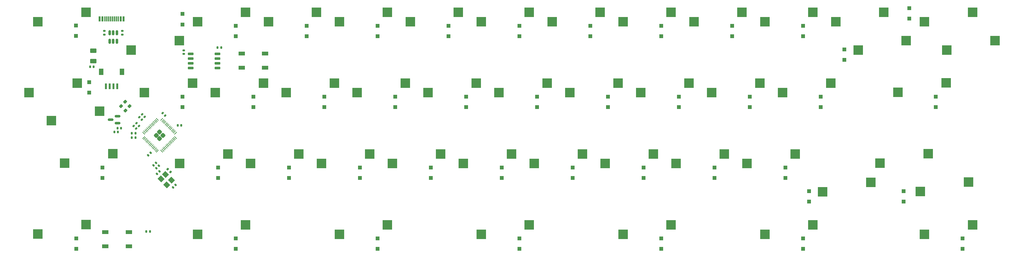
<source format=gbr>
%TF.GenerationSoftware,KiCad,Pcbnew,(7.0.0)*%
%TF.CreationDate,2023-05-22T00:36:48+02:00*%
%TF.ProjectId,kira,6b697261-2e6b-4696-9361-645f70636258,rev?*%
%TF.SameCoordinates,Original*%
%TF.FileFunction,Paste,Bot*%
%TF.FilePolarity,Positive*%
%FSLAX46Y46*%
G04 Gerber Fmt 4.6, Leading zero omitted, Abs format (unit mm)*
G04 Created by KiCad (PCBNEW (7.0.0)) date 2023-05-22 00:36:48*
%MOMM*%
%LPD*%
G01*
G04 APERTURE LIST*
G04 Aperture macros list*
%AMRoundRect*
0 Rectangle with rounded corners*
0 $1 Rounding radius*
0 $2 $3 $4 $5 $6 $7 $8 $9 X,Y pos of 4 corners*
0 Add a 4 corners polygon primitive as box body*
4,1,4,$2,$3,$4,$5,$6,$7,$8,$9,$2,$3,0*
0 Add four circle primitives for the rounded corners*
1,1,$1+$1,$2,$3*
1,1,$1+$1,$4,$5*
1,1,$1+$1,$6,$7*
1,1,$1+$1,$8,$9*
0 Add four rect primitives between the rounded corners*
20,1,$1+$1,$2,$3,$4,$5,0*
20,1,$1+$1,$4,$5,$6,$7,0*
20,1,$1+$1,$6,$7,$8,$9,0*
20,1,$1+$1,$8,$9,$2,$3,0*%
%AMRotRect*
0 Rectangle, with rotation*
0 The origin of the aperture is its center*
0 $1 length*
0 $2 width*
0 $3 Rotation angle, in degrees counterclockwise*
0 Add horizontal line*
21,1,$1,$2,0,0,$3*%
G04 Aperture macros list end*
%ADD10R,2.550000X2.500000*%
%ADD11R,1.700000X1.000000*%
%ADD12R,1.100000X1.100000*%
%ADD13RoundRect,0.140000X-0.140000X-0.170000X0.140000X-0.170000X0.140000X0.170000X-0.140000X0.170000X0*%
%ADD14RoundRect,0.140000X0.021213X-0.219203X0.219203X-0.021213X-0.021213X0.219203X-0.219203X0.021213X0*%
%ADD15R,1.200000X1.800000*%
%ADD16R,0.600000X1.550000*%
%ADD17RoundRect,0.200000X-0.335876X-0.053033X-0.053033X-0.335876X0.335876X0.053033X0.053033X0.335876X0*%
%ADD18RoundRect,0.135000X0.135000X0.185000X-0.135000X0.185000X-0.135000X-0.185000X0.135000X-0.185000X0*%
%ADD19RoundRect,0.150000X0.587500X0.150000X-0.587500X0.150000X-0.587500X-0.150000X0.587500X-0.150000X0*%
%ADD20RoundRect,0.150000X0.650000X0.150000X-0.650000X0.150000X-0.650000X-0.150000X0.650000X-0.150000X0*%
%ADD21RoundRect,0.140000X0.140000X0.170000X-0.140000X0.170000X-0.140000X-0.170000X0.140000X-0.170000X0*%
%ADD22RoundRect,0.140000X0.219203X0.021213X0.021213X0.219203X-0.219203X-0.021213X-0.021213X-0.219203X0*%
%ADD23RoundRect,0.140000X-0.021213X0.219203X-0.219203X0.021213X0.021213X-0.219203X0.219203X-0.021213X0*%
%ADD24R,0.600000X1.450000*%
%ADD25R,0.300000X1.450000*%
%ADD26RoundRect,0.135000X-0.185000X0.135000X-0.185000X-0.135000X0.185000X-0.135000X0.185000X0.135000X0*%
%ADD27RoundRect,0.250000X0.000000X0.413257X-0.413257X0.000000X0.000000X-0.413257X0.413257X0.000000X0*%
%ADD28RoundRect,0.050000X0.238649X0.309359X-0.309359X-0.238649X-0.238649X-0.309359X0.309359X0.238649X0*%
%ADD29RoundRect,0.050000X-0.238649X0.309359X-0.309359X0.238649X0.238649X-0.309359X0.309359X-0.238649X0*%
%ADD30RoundRect,0.140000X0.170000X-0.140000X0.170000X0.140000X-0.170000X0.140000X-0.170000X-0.140000X0*%
%ADD31RoundRect,0.135000X0.226274X0.035355X0.035355X0.226274X-0.226274X-0.035355X-0.035355X-0.226274X0*%
%ADD32RoundRect,0.250000X-0.625000X0.375000X-0.625000X-0.375000X0.625000X-0.375000X0.625000X0.375000X0*%
%ADD33RotRect,1.400000X1.200000X315.000000*%
%ADD34RoundRect,0.150000X0.150000X-0.512500X0.150000X0.512500X-0.150000X0.512500X-0.150000X-0.512500X0*%
G04 APERTURE END LIST*
D10*
%TO.C,SW23*%
X204052499Y-62547499D03*
X216979499Y-60007499D03*
%TD*%
%TO.C,SW42*%
X218339999Y-100647499D03*
X231266999Y-98107499D03*
%TD*%
%TO.C,SW43*%
X261202499Y-100647499D03*
X274129499Y-98107499D03*
%TD*%
%TO.C,SW13(1.5)1*%
X261202499Y-43497499D03*
X274129499Y-40957499D03*
%TD*%
%TO.C,SW37(1.75)1*%
X273038151Y-86629150D03*
X260111151Y-89169150D03*
%TD*%
%TO.C,SW25*%
X254090499Y-62540549D03*
X267017499Y-60000549D03*
%TD*%
%TO.C,SW21*%
X165952499Y-62547499D03*
X178879499Y-60007499D03*
%TD*%
%TO.C,SW15*%
X51652499Y-62547499D03*
X64579499Y-60007499D03*
%TD*%
%TO.C,SW7*%
X142139999Y-43497499D03*
X155066999Y-40957499D03*
%TD*%
%TO.C,SW34*%
X194527499Y-81597499D03*
X207454499Y-79057499D03*
%TD*%
%TO.C,SW9*%
X180239999Y-43497499D03*
X193166999Y-40957499D03*
%TD*%
%TO.C,SW30*%
X118327499Y-81597499D03*
X131254499Y-79057499D03*
%TD*%
%TO.C,SW19*%
X127852499Y-62547499D03*
X140779499Y-60007499D03*
%TD*%
%TO.C,SW14(1.25)1*%
X20708859Y-62548196D03*
X33635859Y-60008196D03*
%TD*%
%TO.C,SW44*%
X104039999Y-100647499D03*
X116966999Y-98107499D03*
%TD*%
%TO.C,SW45*%
X180239999Y-100647499D03*
X193166999Y-98107499D03*
%TD*%
%TO.C,SW33*%
X175477499Y-81597499D03*
X188404499Y-79057499D03*
%TD*%
%TO.C,SW32*%
X156427499Y-81597499D03*
X169354499Y-79057499D03*
%TD*%
%TO.C,SW36*%
X246797499Y-86677499D03*
X233870499Y-89217499D03*
%TD*%
%TO.C,SW4*%
X84989999Y-43497499D03*
X97916999Y-40957499D03*
%TD*%
%TO.C,SW5*%
X104039999Y-43497499D03*
X116966999Y-40957499D03*
%TD*%
%TO.C,SW16*%
X70702499Y-62547499D03*
X83629499Y-60007499D03*
%TD*%
%TO.C,SW37(2.75)1*%
X249296099Y-81589623D03*
X262223099Y-79049623D03*
%TD*%
%TO.C,SW17*%
X89752499Y-62547499D03*
X102679499Y-60007499D03*
%TD*%
%TO.C,SW18*%
X108802499Y-62547499D03*
X121729499Y-60007499D03*
%TD*%
%TO.C,SW35*%
X213577499Y-81597499D03*
X226504499Y-79057499D03*
%TD*%
%TO.C,SW39*%
X23083280Y-100642315D03*
X36010280Y-98102315D03*
%TD*%
%TO.C,SW40*%
X65939999Y-100647499D03*
X78866999Y-98107499D03*
%TD*%
%TO.C,SW31*%
X137377499Y-81597499D03*
X150304499Y-79057499D03*
%TD*%
%TO.C,SW8*%
X161189999Y-43497499D03*
X174116999Y-40957499D03*
%TD*%
%TO.C,SW12*%
X280134999Y-48577499D03*
X267207999Y-51117499D03*
%TD*%
%TO.C,SW41*%
X142139999Y-100647499D03*
X155066999Y-98107499D03*
%TD*%
%TO.C,SW11*%
X218339999Y-43497499D03*
X231266999Y-40957499D03*
%TD*%
%TO.C,SW28*%
X80227499Y-81597499D03*
X93154499Y-79057499D03*
%TD*%
%TO.C,SW3*%
X65939999Y-43497499D03*
X78866999Y-40957499D03*
%TD*%
%TO.C,SW1*%
X23077499Y-43497499D03*
X36004499Y-40957499D03*
%TD*%
%TO.C,SW10*%
X199289999Y-43497499D03*
X212216999Y-40957499D03*
%TD*%
%TO.C,SW13*%
X237389999Y-43497499D03*
X250316999Y-40957499D03*
%TD*%
%TO.C,SW27*%
X61177499Y-81597499D03*
X74104499Y-79057499D03*
%TD*%
%TO.C,SW22*%
X185002499Y-62547499D03*
X197929499Y-60007499D03*
%TD*%
%TO.C,SW6*%
X123089999Y-43497499D03*
X136016999Y-40957499D03*
%TD*%
%TO.C,SW24*%
X223102499Y-62547499D03*
X236029499Y-60007499D03*
%TD*%
%TO.C,SW29*%
X99277499Y-81597499D03*
X112204499Y-79057499D03*
%TD*%
%TO.C,SW20*%
X146902499Y-62547499D03*
X159829499Y-60007499D03*
%TD*%
%TO.C,SW14*%
X39623116Y-67606066D03*
X26696116Y-70146066D03*
%TD*%
%TO.C,SW2*%
X61059999Y-48577499D03*
X48132999Y-51117499D03*
%TD*%
%TO.C,SW12(1.5)1*%
X256322499Y-48577499D03*
X243395499Y-51117499D03*
%TD*%
%TO.C,SW26*%
X30235254Y-81565101D03*
X43162254Y-79025101D03*
%TD*%
D11*
%TO.C,SW47*%
X47472999Y-103880999D03*
X41172999Y-103880999D03*
X47472999Y-100080999D03*
X41172999Y-100080999D03*
%TD*%
D12*
%TO.C,D12*%
X76199999Y-104587499D03*
X76199999Y-101787499D03*
%TD*%
%TO.C,D43*%
X255587499Y-91887499D03*
X255587499Y-89087499D03*
%TD*%
%TO.C,D29*%
X185737499Y-85537499D03*
X185737499Y-82737499D03*
%TD*%
%TO.C,D34*%
X209549999Y-47437499D03*
X209549999Y-44637499D03*
%TD*%
%TO.C,D28*%
X176212499Y-66487499D03*
X176212499Y-63687499D03*
%TD*%
%TO.C,D44*%
X257174999Y-42674999D03*
X257174999Y-39874999D03*
%TD*%
%TO.C,D21*%
X138112499Y-66487499D03*
X138112499Y-63687499D03*
%TD*%
D13*
%TO.C,C7*%
X44478000Y-72136000D03*
X45438000Y-72136000D03*
%TD*%
D12*
%TO.C,D5*%
X33337499Y-104587499D03*
X33337499Y-101787499D03*
%TD*%
%TO.C,D30*%
X190499999Y-47437499D03*
X190499999Y-44637499D03*
%TD*%
D14*
%TO.C,C5*%
X55032589Y-84413411D03*
X55711411Y-83734589D03*
%TD*%
D12*
%TO.C,D42*%
X264286999Y-66487499D03*
X264286999Y-63687499D03*
%TD*%
%TO.C,D14*%
X100012499Y-66487499D03*
X100012499Y-63687499D03*
%TD*%
D15*
%TO.C,J3*%
X45662499Y-56987499D03*
X40062499Y-56987499D03*
D16*
X41362499Y-60862499D03*
X42362499Y-60862499D03*
X43362499Y-60862499D03*
X44362499Y-60862499D03*
%TD*%
D17*
%TO.C,R2*%
X45390637Y-66218637D03*
X46557363Y-67385363D03*
%TD*%
D12*
%TO.C,D11*%
X90487499Y-85537499D03*
X90487499Y-82737499D03*
%TD*%
D18*
%TO.C,R3*%
X53215000Y-99949000D03*
X52195000Y-99949000D03*
%TD*%
D12*
%TO.C,D39*%
X230187499Y-91887499D03*
X230187499Y-89087499D03*
%TD*%
%TO.C,D31*%
X195262499Y-66487499D03*
X195262499Y-63687499D03*
%TD*%
D19*
%TO.C,U2*%
X44498500Y-68900000D03*
X44498500Y-70800000D03*
X42623500Y-69850000D03*
%TD*%
D20*
%TO.C,U3*%
X71267225Y-52196320D03*
X71267225Y-53466320D03*
X71267225Y-54736320D03*
X71267225Y-56006320D03*
X64067225Y-56006320D03*
X64067225Y-54736320D03*
X64067225Y-53466320D03*
X64067225Y-52196320D03*
%TD*%
D21*
%TO.C,C16*%
X49276000Y-73533000D03*
X48316000Y-73533000D03*
%TD*%
D22*
%TO.C,C15*%
X50983101Y-69833131D03*
X50304279Y-69154309D03*
%TD*%
D23*
%TO.C,C11*%
X55584411Y-82210589D03*
X54905589Y-82889411D03*
%TD*%
D12*
%TO.C,D23*%
X152399999Y-47437499D03*
X152399999Y-44637499D03*
%TD*%
D24*
%TO.C,J1*%
X39612498Y-42764538D03*
X40412498Y-42764538D03*
D25*
X41612498Y-42764538D03*
X42612498Y-42764538D03*
X43112498Y-42764538D03*
X44112498Y-42764538D03*
D24*
X45312498Y-42764538D03*
X46112498Y-42764538D03*
X46112498Y-42764538D03*
X45312498Y-42764538D03*
D25*
X44612498Y-42764538D03*
X43612498Y-42764538D03*
X42112498Y-42764538D03*
X41112498Y-42764538D03*
D24*
X40412498Y-42764538D03*
X39612498Y-42764538D03*
%TD*%
D21*
%TO.C,C8*%
X44549000Y-73152000D03*
X43589000Y-73152000D03*
%TD*%
D13*
%TO.C,C14*%
X60607000Y-71374000D03*
X61567000Y-71374000D03*
%TD*%
D26*
%TO.C,R5*%
X45720000Y-45972000D03*
X45720000Y-46992000D03*
%TD*%
D22*
%TO.C,C17*%
X57235411Y-68792411D03*
X56556589Y-68113589D03*
%TD*%
D12*
%TO.C,D24*%
X157162499Y-66487499D03*
X157162499Y-63687499D03*
%TD*%
D22*
%TO.C,C1*%
X50197263Y-71520150D03*
X49518441Y-70841328D03*
%TD*%
%TO.C,C2*%
X51711520Y-69118078D03*
X51032698Y-68439256D03*
%TD*%
D12*
%TO.C,D20*%
X133349999Y-47437499D03*
X133349999Y-44637499D03*
%TD*%
%TO.C,D45*%
X271462499Y-104587499D03*
X271462499Y-101787499D03*
%TD*%
%TO.C,D40*%
X228599999Y-104587499D03*
X228599999Y-101787499D03*
%TD*%
%TO.C,D27*%
X171449999Y-47437499D03*
X171449999Y-44637499D03*
%TD*%
D27*
%TO.C,U1*%
X54857586Y-74074047D03*
X56660708Y-74074047D03*
X55759147Y-73172486D03*
X55759147Y-74975608D03*
D28*
X56351349Y-69804890D03*
X56634192Y-70087733D03*
X56917034Y-70370575D03*
X57199877Y-70653418D03*
X57482720Y-70936261D03*
X57765562Y-71219103D03*
X58048405Y-71501946D03*
X58331248Y-71784789D03*
X58614091Y-72067632D03*
X58896933Y-72350474D03*
X59179776Y-72633317D03*
X59462619Y-72916160D03*
X59745461Y-73199002D03*
X60028304Y-73481845D03*
D29*
X60028304Y-74666249D03*
X59745461Y-74949092D03*
X59462619Y-75231934D03*
X59179776Y-75514777D03*
X58896933Y-75797620D03*
X58614091Y-76080462D03*
X58331248Y-76363305D03*
X58048405Y-76646148D03*
X57765562Y-76928991D03*
X57482720Y-77211833D03*
X57199877Y-77494676D03*
X56917034Y-77777519D03*
X56634192Y-78060361D03*
X56351349Y-78343204D03*
D28*
X55166945Y-78343204D03*
X54884102Y-78060361D03*
X54601260Y-77777519D03*
X54318417Y-77494676D03*
X54035574Y-77211833D03*
X53752732Y-76928991D03*
X53469889Y-76646148D03*
X53187046Y-76363305D03*
X52904203Y-76080462D03*
X52621361Y-75797620D03*
X52338518Y-75514777D03*
X52055675Y-75231934D03*
X51772833Y-74949092D03*
X51489990Y-74666249D03*
D29*
X51489990Y-73481845D03*
X51772833Y-73199002D03*
X52055675Y-72916160D03*
X52338518Y-72633317D03*
X52621361Y-72350474D03*
X52904203Y-72067632D03*
X53187046Y-71784789D03*
X53469889Y-71501946D03*
X53752732Y-71219103D03*
X54035574Y-70936261D03*
X54318417Y-70653418D03*
X54601260Y-70370575D03*
X54884102Y-70087733D03*
X55166945Y-69804890D03*
%TD*%
D12*
%TO.C,D33*%
X190499999Y-104587499D03*
X190499999Y-101787499D03*
%TD*%
%TO.C,D4*%
X40385999Y-85537499D03*
X40385999Y-82737499D03*
%TD*%
%TO.C,D16*%
X114299999Y-47437499D03*
X114299999Y-44637499D03*
%TD*%
D30*
%TO.C,C12*%
X62230000Y-52168320D03*
X62230000Y-51208320D03*
%TD*%
D12*
%TO.C,D3*%
X36829999Y-59813999D03*
X36829999Y-62613999D03*
%TD*%
%TO.C,D8*%
X71437499Y-85537499D03*
X71437499Y-82737499D03*
%TD*%
D31*
%TO.C,R7*%
X58688924Y-83894005D03*
X57967676Y-83172757D03*
%TD*%
D12*
%TO.C,D15*%
X109537499Y-85537499D03*
X109537499Y-82737499D03*
%TD*%
D23*
%TO.C,C13*%
X53334471Y-78786582D03*
X52655649Y-79465404D03*
%TD*%
D12*
%TO.C,D22*%
X147637499Y-85537499D03*
X147637499Y-82737499D03*
%TD*%
%TO.C,D10*%
X80962499Y-66487499D03*
X80962499Y-63687499D03*
%TD*%
%TO.C,D26*%
X152399999Y-104587499D03*
X152399999Y-101787499D03*
%TD*%
%TO.C,D32*%
X204787499Y-85537499D03*
X204787499Y-82737499D03*
%TD*%
%TO.C,D37*%
X228599999Y-47437499D03*
X228599999Y-44637499D03*
%TD*%
D21*
%TO.C,C4*%
X38044000Y-55626000D03*
X37084000Y-55626000D03*
%TD*%
D23*
%TO.C,C6*%
X60029411Y-87417589D03*
X59350589Y-88096411D03*
%TD*%
D12*
%TO.C,D19*%
X114299999Y-104587499D03*
X114299999Y-101787499D03*
%TD*%
D18*
%TO.C,R6*%
X72317425Y-50494520D03*
X71297425Y-50494520D03*
%TD*%
D12*
%TO.C,D9*%
X76199999Y-47437499D03*
X76199999Y-44637499D03*
%TD*%
D21*
%TO.C,C10*%
X49276000Y-74676000D03*
X48316000Y-74676000D03*
%TD*%
D12*
%TO.C,D17*%
X119062499Y-66487499D03*
X119062499Y-63687499D03*
%TD*%
%TO.C,D7*%
X61912499Y-66487499D03*
X61912499Y-63687499D03*
%TD*%
%TO.C,D2*%
X33273999Y-47373999D03*
X33273999Y-44573999D03*
%TD*%
D32*
%TO.C,F1*%
X37973000Y-51305000D03*
X37973000Y-54105000D03*
%TD*%
D23*
%TO.C,C3*%
X54822411Y-81448589D03*
X54143589Y-82127411D03*
%TD*%
D12*
%TO.C,D6*%
X61912499Y-41462499D03*
X61912499Y-44262499D03*
%TD*%
D17*
%TO.C,R1*%
X46533637Y-65075637D03*
X47700363Y-66242363D03*
%TD*%
D12*
%TO.C,D25*%
X166687499Y-85537499D03*
X166687499Y-82737499D03*
%TD*%
D11*
%TO.C,SW46*%
X84112499Y-55874999D03*
X77812499Y-55874999D03*
X84112499Y-52074999D03*
X77812499Y-52074999D03*
%TD*%
D26*
%TO.C,R4*%
X40894000Y-45972000D03*
X40894000Y-46992000D03*
%TD*%
D12*
%TO.C,D36*%
X223837499Y-85537499D03*
X223837499Y-82737499D03*
%TD*%
D33*
%TO.C,Y1*%
X57354222Y-84600141D03*
X58909857Y-86155776D03*
X57707776Y-87357857D03*
X56152141Y-85802222D03*
%TD*%
D34*
%TO.C,U4*%
X44257000Y-48762500D03*
X43307000Y-48762500D03*
X42357000Y-48762500D03*
X42357000Y-46487500D03*
X43307000Y-46487500D03*
X44257000Y-46487500D03*
%TD*%
D12*
%TO.C,D18*%
X128587499Y-85537499D03*
X128587499Y-82737499D03*
%TD*%
%TO.C,D41*%
X239712499Y-53787499D03*
X239712499Y-50987499D03*
%TD*%
%TO.C,D35*%
X214312499Y-66487499D03*
X214312499Y-63687499D03*
%TD*%
%TO.C,D38*%
X233362499Y-66487499D03*
X233362499Y-63687499D03*
%TD*%
D22*
%TO.C,C9*%
X49488411Y-72221411D03*
X48809589Y-71542589D03*
%TD*%
D12*
%TO.C,D13*%
X95249999Y-47437499D03*
X95249999Y-44637499D03*
%TD*%
M02*

</source>
